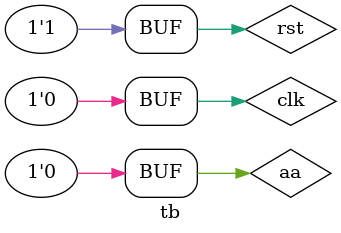
<source format=v>
/*
finite state machine----FSM
testbench file for Detector110.v
有限状态机的实例
2012/05/22
Iverilog + GTKWave on linux
*/

`timescale 1ns/100ps

module tb;
    reg aa, clk, rst;
    wire ww;
    Detector110 tb(aa, clk, rst, ww);
    
    initial begin
        $dumpfile("wave.lxt2");
        $dumpvars(0, tb);
    end
    initial
        begin
            aa = 0;
            clk = 0;
            rst = 1;
        end
    
    initial
        repeat (44) #7 clk = ~clk;
    
    initial
        repeat (15) #23 aa = ~aa;
    
    initial
        begin
            #31 rst = 1;
            #23 rst = 0;
        end
    
    always @ (ww)
        if(ww == 1)
            $display("A 1 was detector on w at time = %t,",$time);
            

endmodule
</source>
